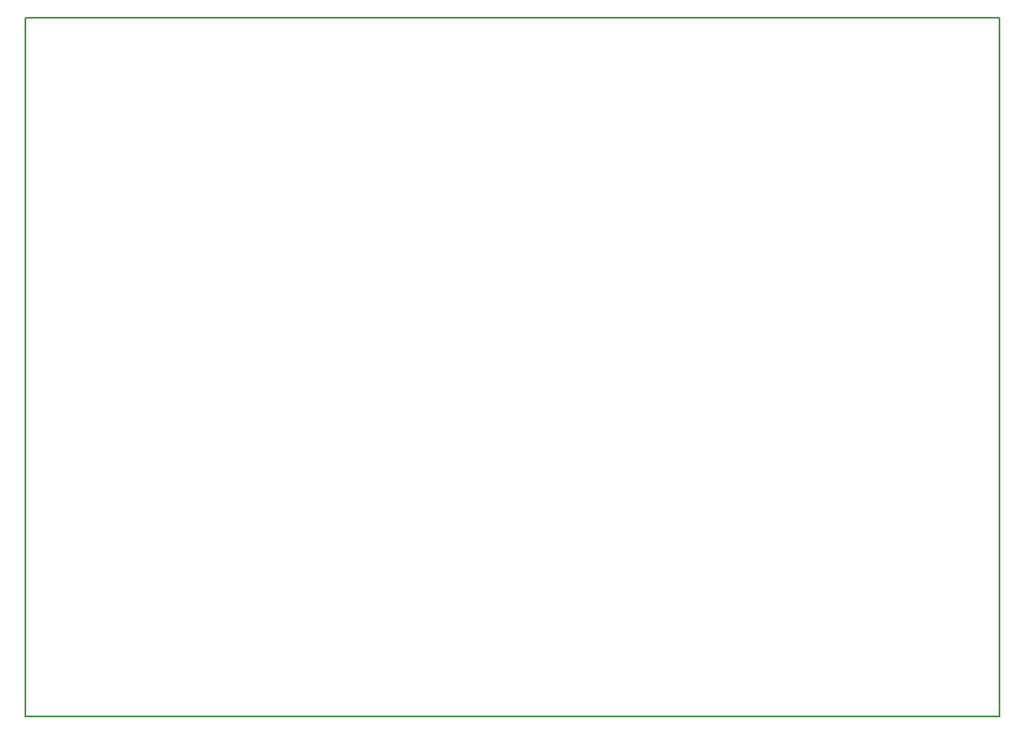
<source format=gbr>
G04 PROTEUS GERBER X2 FILE*
%TF.GenerationSoftware,Labcenter,Proteus,8.12-SP0-Build30713*%
%TF.CreationDate,2021-06-08T09:13:02+00:00*%
%TF.FileFunction,NonPlated,1,2,NPTH*%
%TF.FilePolarity,Positive*%
%TF.Part,Single*%
%TF.SameCoordinates,{86e273a1-3906-477b-930b-e3e2f8447d5b}*%
%FSLAX45Y45*%
%MOMM*%
G01*
%TA.AperFunction,Profile*%
%ADD19C,0.203200*%
%TD.AperFunction*%
D19*
X-14000000Y+3750000D02*
X-4250000Y+3750000D01*
X-4250000Y+10750000D01*
X-14000000Y+10750000D01*
X-14000000Y+3750000D01*
M02*

</source>
